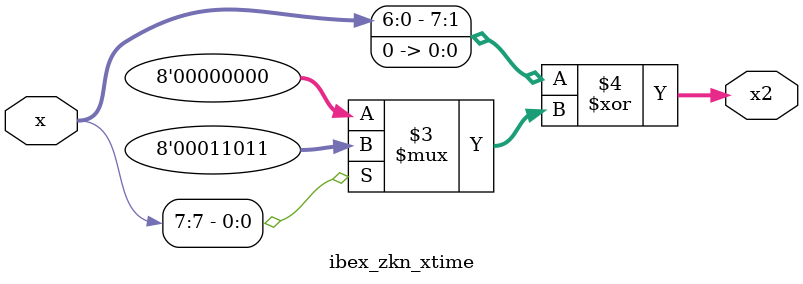
<source format=sv>
module ibex_zkn_xtime(
    input logic [7:0] x,
    output logic [7:0] x2
);
  assign x2 = (x << 1) ^ ((x[7] && 1'b1) ? 8'h1B : 8'h00);
endmodule
</source>
